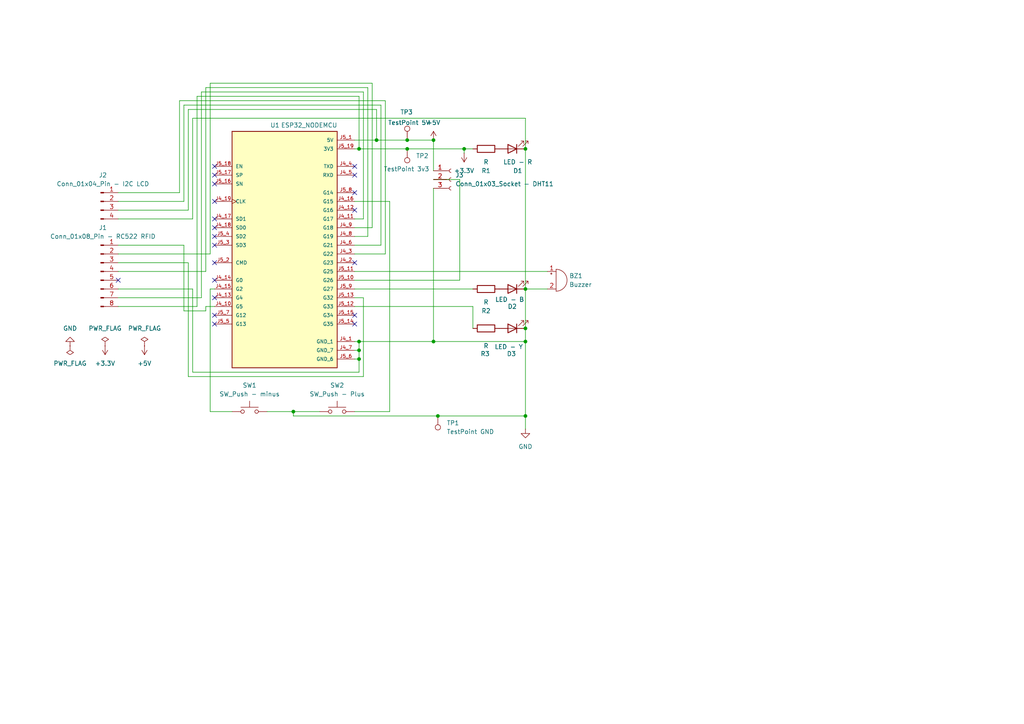
<source format=kicad_sch>
(kicad_sch (version 20231120) (generator "eeschema") (generator_version "8.0")
  (paper "A4")
  (title_block (title "Beertracker HUB PCB") (date "30/12/2024") (rev "1.0") (company "Beertracker"))
  (lib_symbols
    (symbol "Connector:Conn_01x03_Socket" (pin_names (offset 1.016) hide)
      (property "Reference" "J" (at 0 5.08 0))
      (property "Value" "Conn_01x03_Socket" (at 0 -5.08 0))
      (symbol "Conn_01x03_Socket_1_1"
        (arc (start 0 -2.032) (mid -0.5058 -2.54) (end 0 -3.048) (stroke (width 0.1524)))
        (polyline (pts (xy -1.27 -2.54) (xy -0.508 -2.54)) (stroke (width 0.1524)))
        (polyline (pts (xy -1.27 0) (xy -0.508 0)) (stroke (width 0.1524)))
        (polyline (pts (xy -1.27 2.54) (xy -0.508 2.54)) (stroke (width 0.1524)))
        (arc (start 0 0.508) (mid -0.5058 0) (end 0 -0.508) (stroke (width 0.1524)))
        (arc (start 0 3.048) (mid -0.5058 2.54) (end 0 2.032) (stroke (width 0.1524)))
        (pin passive line (at -5.08 2.54 0) (length 3.81) (name "Pin_1") (number "1"))
        (pin passive line (at -5.08 0 0) (length 3.81) (name "Pin_2") (number "2"))
        (pin passive line (at -5.08 -2.54 0) (length 3.81) (name "Pin_3") (number "3"))
      )
    )
    (symbol "Connector:Conn_01x04_Pin" (pin_names (offset 1.016) hide)
      (property "Reference" "J" (at 0 5.08 0))
      (property "Value" "Conn_01x04_Pin" (at 0 -7.62 0))
      (symbol "Conn_01x04_Pin_1_1"
        (polyline (pts (xy 1.27 -5.08) (xy 0.8636 -5.08)) (stroke (width 0.1524)))
        (polyline (pts (xy 1.27 -2.54) (xy 0.8636 -2.54)) (stroke (width 0.1524)))
        (polyline (pts (xy 1.27 0) (xy 0.8636 0)) (stroke (width 0.1524)))
        (polyline (pts (xy 1.27 2.54) (xy 0.8636 2.54)) (stroke (width 0.1524)))
        (rectangle (start 0.8636 -4.953) (end 0 -5.207) (stroke (width 0.1524)) (fill (type outline)))
        (rectangle (start 0.8636 -2.413) (end 0 -2.667) (stroke (width 0.1524)) (fill (type outline)))
        (rectangle (start 0.8636 0.127) (end 0 -0.127) (stroke (width 0.1524)) (fill (type outline)))
        (rectangle (start 0.8636 2.667) (end 0 2.413) (stroke (width 0.1524)) (fill (type outline)))
        (pin passive line (at 5.08 2.54 180) (length 3.81) (name "Pin_1") (number "1"))
        (pin passive line (at 5.08 0 180) (length 3.81) (name "Pin_2") (number "2"))
        (pin passive line (at 5.08 -2.54 180) (length 3.81) (name "Pin_3") (number "3"))
        (pin passive line (at 5.08 -5.08 180) (length 3.81) (name "Pin_4") (number "4"))
      )
    )
    (symbol "Connector:Conn_01x08_Pin" (pin_names (offset 1.016) hide)
      (property "Reference" "J" (at 0 10.16 0))
      (property "Value" "Conn_01x08_Pin" (at 0 -12.7 0))
      (symbol "Conn_01x08_Pin_1_1"
        (polyline (pts (xy 1.27 -10.16) (xy 0.8636 -10.16)) (stroke (width 0.1524)))
        (polyline (pts (xy 1.27 -7.62) (xy 0.8636 -7.62)) (stroke (width 0.1524)))
        (polyline (pts (xy 1.27 -5.08) (xy 0.8636 -5.08)) (stroke (width 0.1524)))
        (polyline (pts (xy 1.27 -2.54) (xy 0.8636 -2.54)) (stroke (width 0.1524)))
        (polyline (pts (xy 1.27 0) (xy 0.8636 0)) (stroke (width 0.1524)))
        (polyline (pts (xy 1.27 2.54) (xy 0.8636 2.54)) (stroke (width 0.1524)))
        (polyline (pts (xy 1.27 5.08) (xy 0.8636 5.08)) (stroke (width 0.1524)))
        (polyline (pts (xy 1.27 7.62) (xy 0.8636 7.62)) (stroke (width 0.1524)))
        (rectangle (start 0.8636 -10.033) (end 0 -10.287) (stroke (width 0.1524)) (fill (type outline)))
        (rectangle (start 0.8636 -7.493) (end 0 -7.747) (stroke (width 0.1524)) (fill (type outline)))
        (rectangle (start 0.8636 -4.953) (end 0 -5.207) (stroke (width 0.1524)) (fill (type outline)))
        (rectangle (start 0.8636 -2.413) (end 0 -2.667) (stroke (width 0.1524)) (fill (type outline)))
        (rectangle (start 0.8636 0.127) (end 0 -0.127) (stroke (width 0.1524)) (fill (type outline)))
        (rectangle (start 0.8636 2.667) (end 0 2.413) (stroke (width 0.1524)) (fill (type outline)))
        (rectangle (start 0.8636 5.207) (end 0 4.953) (stroke (width 0.1524)) (fill (type outline)))
        (rectangle (start 0.8636 7.747) (end 0 7.493) (stroke (width 0.1524)) (fill (type outline)))
        (pin passive line (at 5.08 7.62 180) (length 3.81) (name "Pin_1") (number "1"))
        (pin passive line (at 5.08 5.08 180) (length 3.81) (name "Pin_2") (number "2"))
        (pin passive line (at 5.08 2.54 180) (length 3.81) (name "Pin_3") (number "3"))
        (pin passive line (at 5.08 0 180) (length 3.81) (name "Pin_4") (number "4"))
        (pin passive line (at 5.08 -2.54 180) (length 3.81) (name "Pin_5") (number "5"))
        (pin passive line (at 5.08 -5.08 180) (length 3.81) (name "Pin_6") (number "6"))
        (pin passive line (at 5.08 -7.62 180) (length 3.81) (name "Pin_7") (number "7"))
        (pin passive line (at 5.08 -10.16 180) (length 3.81) (name "Pin_8") (number "8"))
      )
    )
    (symbol "Connector:TestPoint" (pin_numbers hide) (pin_names (offset 0.762) hide)
      (property "Reference" "TP" (at 0 6.858 0))
      (property "Value" "TestPoint" (at 0 5.08 0))
      (symbol "TestPoint_0_1"
        (circle (center 0 3.302) (radius 0.762))
      )
      (symbol "TestPoint_1_1"
        (pin passive line (at 0 0 90) (length 2.54) (name "1") (number "1"))
      )
    )
    (symbol "Device:Buzzer" (pin_names (offset 0.0254) hide)
      (property "Reference" "BZ" (at 3.81 1.27 0))
      (property "Value" "Buzzer" (at 3.81 -1.27 0))
      (symbol "Buzzer_0_1"
        (arc (start 0 -3.175) (mid 3.1612 0) (end 0 3.175))
        (polyline (pts (xy -1.651 1.905) (xy -1.143 1.905)))
        (polyline (pts (xy -1.397 2.159) (xy -1.397 1.651)))
        (polyline (pts (xy 0 3.175) (xy 0 -3.175)))
      )
      (symbol "Buzzer_1_1"
        (pin passive line (at -2.54 2.54 0) (length 2.54) (name "+") (number "1"))
        (pin passive line (at -2.54 -2.54 0) (length 2.54) (name "-") (number "2"))
      )
    )
    (symbol "Device:LED" (pin_numbers hide) (pin_names (offset 1.016) hide)
      (property "Reference" "D" (at 0 2.54 0))
      (property "Value" "LED" (at 0 -2.54 0))
      (symbol "LED_0_1"
        (polyline (pts (xy -1.27 -1.27) (xy -1.27 1.27)) (stroke (width 0.254)))
        (polyline (pts (xy -1.27 0) (xy 1.27 0)))
        (polyline (pts (xy 1.27 -1.27) (xy 1.27 1.27) (xy -1.27 0) (xy 1.27 -1.27)) (stroke (width 0.254)))
        (polyline (pts (xy -3.048 -0.762) (xy -4.572 -2.286) (xy -3.81 -2.286) (xy -4.572 -2.286) (xy -4.572 -1.524)))
        (polyline (pts (xy -1.778 -0.762) (xy -3.302 -2.286) (xy -2.54 -2.286) (xy -3.302 -2.286) (xy -3.302 -1.524)))
      )
      (symbol "LED_1_1"
        (pin passive line (at -3.81 0 0) (length 2.54) (name "K") (number "1"))
        (pin passive line (at 3.81 0 180) (length 2.54) (name "A") (number "2"))
      )
    )
    (symbol "Device:R" (pin_numbers hide) (pin_names (offset 0))
      (property "Reference" "R" (at 2.032 0 90))
      (property "Value" "R" (at 0 0 90))
      (symbol "R_0_1"
        (rectangle (start -1.016 -2.54) (end 1.016 2.54) (stroke (width 0.254)))
      )
      (symbol "R_1_1"
        (pin passive line (at 0 3.81 270) (length 1.27) (name "~") (number "1"))
        (pin passive line (at 0 -3.81 90) (length 1.27) (name "~") (number "2"))
      )
    )
    (symbol "ESP32_NODEMCU:ESP32_NODEMCU" (pin_names (offset 1.016))
      (property "Reference" "U" (at -15.24 36.322 0))
      (property "Value" "ESP32_NODEMCU" (at -15.24 -35.56 0))
      (symbol "ESP32_NODEMCU_0_0"
        (rectangle (start -15.24 -33.02) (end 15.24 35.56) (stroke (width 0.254)) (fill (type background)))
        (pin power_in line (at 20.32 -25.4 180) (length 5.08) (name "GND_1") (number "J4_1"))
        (pin bidirectional line (at -20.32 -15.24 0) (length 5.08) (name "G5") (number "J4_10"))
        (pin bidirectional line (at 20.32 10.16 180) (length 5.08) (name "G17") (number "J4_11"))
        (pin bidirectional line (at 20.32 12.7 180) (length 5.08) (name "G16") (number "J4_12"))
        (pin bidirectional line (at -20.32 -12.7 0) (length 5.08) (name "G4") (number "J4_13"))
        (pin bidirectional line (at -20.32 -7.62 0) (length 5.08) (name "G0") (number "J4_14"))
        (pin bidirectional line (at -20.32 -10.16 0) (length 5.08) (name "G2") (number "J4_15"))
        (pin bidirectional line (at 20.32 15.24 180) (length 5.08) (name "G15") (number "J4_16"))
        (pin bidirectional line (at -20.32 10.16 0) (length 5.08) (name "SD1") (number "J4_17"))
        (pin bidirectional line (at -20.32 7.62 0) (length 5.08) (name "SD0") (number "J4_18"))
        (pin input clock (at -20.32 15.24 0) (length 5.08) (name "CLK") (number "J4_19"))
        (pin bidirectional line (at 20.32 -2.54 180) (length 5.08) (name "G23") (number "J4_2"))
        (pin bidirectional line (at 20.32 0 180) (length 5.08) (name "G22") (number "J4_3"))
        (pin output line (at 20.32 25.4 180) (length 5.08) (name "TXD") (number "J4_4"))
        (pin input line (at 20.32 22.86 180) (length 5.08) (name "RXD") (number "J4_5"))
        (pin bidirectional line (at 20.32 2.54 180) (length 5.08) (name "G21") (number "J4_6"))
        (pin power_in line (at 20.32 -27.94 180) (length 5.08) (name "GND_7") (number "J4_7"))
        (pin bidirectional line (at 20.32 5.08 180) (length 5.08) (name "G19") (number "J4_8"))
        (pin bidirectional line (at 20.32 7.62 180) (length 5.08) (name "G18") (number "J4_9"))
        (pin power_in line (at 20.32 33.02 180) (length 5.08) (name "5V") (number "J5_1"))
        (pin bidirectional line (at 20.32 -7.62 180) (length 5.08) (name "G26") (number "J5_10"))
        (pin bidirectional line (at 20.32 -5.08 180) (length 5.08) (name "G25") (number "J5_11"))
        (pin bidirectional line (at 20.32 -15.24 180) (length 5.08) (name "G33") (number "J5_12"))
        (pin bidirectional line (at 20.32 -12.7 180) (length 5.08) (name "G32") (number "J5_13"))
        (pin bidirectional line (at 20.32 -20.32 180) (length 5.08) (name "G35") (number "J5_14"))
        (pin bidirectional line (at 20.32 -17.78 180) (length 5.08) (name "G34") (number "J5_15"))
        (pin input line (at -20.32 20.32 0) (length 5.08) (name "SN") (number "J5_16"))
        (pin input line (at -20.32 22.86 0) (length 5.08) (name "SP") (number "J5_17"))
        (pin input line (at -20.32 25.4 0) (length 5.08) (name "EN") (number "J5_18"))
        (pin power_in line (at 20.32 30.48 180) (length 5.08) (name "3V3") (number "J5_19"))
        (pin bidirectional line (at -20.32 -2.54 0) (length 5.08) (name "CMD") (number "J5_2"))
        (pin bidirectional line (at -20.32 2.54 0) (length 5.08) (name "SD3") (number "J5_3"))
        (pin bidirectional line (at -20.32 5.08 0) (length 5.08) (name "SD2") (number "J5_4"))
        (pin bidirectional line (at -20.32 -20.32 0) (length 5.08) (name "G13") (number "J5_5"))
        (pin power_in line (at 20.32 -30.48 180) (length 5.08) (name "GND_6") (number "J5_6"))
        (pin bidirectional line (at -20.32 -17.78 0) (length 5.08) (name "G12") (number "J5_7"))
        (pin bidirectional line (at 20.32 17.78 180) (length 5.08) (name "G14") (number "J5_8"))
        (pin bidirectional line (at 20.32 -10.16 180) (length 5.08) (name "G27") (number "J5_9"))
      )
    )
    (symbol "Switch:SW_Push" (pin_numbers hide) (pin_names (offset 1.016) hide)
      (property "Reference" "SW" (at 1.27 2.54 0))
      (property "Value" "SW_Push" (at 0 -1.524 0))
      (symbol "SW_Push_0_1"
        (circle (center -2.032 0) (radius 0.508))
        (polyline (pts (xy 0 1.27) (xy 0 3.048)))
        (polyline (pts (xy 2.54 1.27) (xy -2.54 1.27)))
        (circle (center 2.032 0) (radius 0.508))
        (pin passive line (at -5.08 0 0) (length 2.54) (name "1") (number "1"))
        (pin passive line (at 5.08 0 180) (length 2.54) (name "2") (number "2"))
      )
    )
    (symbol "power:+3.3V" (power) (pin_numbers hide) (pin_names (offset 0) hide)
      (property "Value" "+3.3V" (at 0 3.556 0))
      (symbol "+3.3V_0_1"
        (polyline (pts (xy -0.762 1.27) (xy 0 2.54)))
        (polyline (pts (xy 0 0) (xy 0 2.54)))
        (polyline (pts (xy 0 2.54) (xy 0.762 1.27)))
      )
      (symbol "+3.3V_1_1"
        (pin power_in line (at 0 0 90) (length 0) (name "~") (number "1"))
      )
    )
    (symbol "power:+5V" (power) (pin_numbers hide) (pin_names (offset 0) hide)
      (property "Value" "+5V" (at 0 3.556 0))
      (symbol "+5V_0_1"
        (polyline (pts (xy -0.762 1.27) (xy 0 2.54)))
        (polyline (pts (xy 0 0) (xy 0 2.54)))
        (polyline (pts (xy 0 2.54) (xy 0.762 1.27)))
      )
      (symbol "+5V_1_1"
        (pin power_in line (at 0 0 90) (length 0) (name "~") (number "1"))
      )
    )
    (symbol "power:GND" (power) (pin_numbers hide) (pin_names (offset 0) hide)
      (property "Value" "GND" (at 0 -3.81 0))
      (symbol "GND_0_1"
        (polyline (pts (xy 0 0) (xy 0 -1.27) (xy 1.27 -1.27) (xy 0 -2.54) (xy -1.27 -1.27) (xy 0 -1.27)))
      )
      (symbol "GND_1_1"
        (pin power_in line (at 0 0 270) (length 0) (name "~") (number "1"))
      )
    )
    (symbol "power:PWR_FLAG" (power) (pin_numbers hide) (pin_names (offset 0) hide)
      (property "Value" "PWR_FLAG" (at 0 3.81 0))
      (symbol "PWR_FLAG_0_0"
        (pin power_out line (at 0 0 90) (length 0) (name "~") (number "1"))
      )
      (symbol "PWR_FLAG_0_1"
        (polyline (pts (xy 0 0) (xy 0 1.27) (xy -1.016 1.905) (xy 0 2.54) (xy 1.016 1.905) (xy 0 1.27)))
      )
    )
  )
  (junction (at 104.14 101.6))
  (junction (at 85.09 119.38))
  (junction (at 104.14 99.06))
  (junction (at 152.4 120.65))
  (junction (at 125.73 40.64))
  (junction (at 109.22 40.64))
  (junction (at 152.4 83.82))
  (junction (at 104.14 43.18))
  (junction (at 118.11 43.18))
  (junction (at 152.4 95.25))
  (junction (at 152.4 99.06))
  (junction (at 125.73 99.06))
  (junction (at 152.4 43.18))
  (junction (at 104.14 104.14))
  (junction (at 127 120.65))
  (junction (at 118.11 40.64))
  (junction (at 134.62 43.18))
  (no_connect (at 62.23 93.98))
  (no_connect (at 102.87 55.88))
  (no_connect (at 62.23 48.26))
  (no_connect (at 102.87 60.96))
  (no_connect (at 62.23 63.5))
  (no_connect (at 62.23 66.04))
  (no_connect (at 62.23 58.42))
  (no_connect (at 62.23 68.58))
  (no_connect (at 102.87 50.8))
  (no_connect (at 102.87 48.26))
  (no_connect (at 62.23 86.36))
  (no_connect (at 62.23 91.44))
  (no_connect (at 34.29 81.28))
  (no_connect (at 62.23 81.28))
  (no_connect (at 62.23 71.12))
  (no_connect (at 102.87 93.98))
  (no_connect (at 62.23 53.34))
  (no_connect (at 62.23 50.8))
  (no_connect (at 102.87 91.44))
  (no_connect (at 62.23 76.2))
  (no_connect (at 102.87 76.2))
  (wire (pts (xy 105.41 63.5) (xy 102.87 63.5)))
  (wire (pts (xy 92.71 119.38) (xy 85.09 119.38)))
  (wire (pts (xy 118.11 40.64) (xy 109.22 40.64)))
  (wire (pts (xy 110.49 30.48) (xy 53.34 30.48)))
  (wire (pts (xy 34.29 71.12) (xy 53.34 71.12)))
  (wire (pts (xy 104.14 104.14) (xy 104.14 101.6)))
  (wire (pts (xy 102.87 99.06) (xy 104.14 99.06)))
  (wire (pts (xy 34.29 83.82) (xy 55.88 83.82)))
  (wire (pts (xy 57.15 88.9) (xy 57.15 27.94)))
  (wire (pts (xy 34.29 78.74) (xy 59.69 78.74)))
  (wire (pts (xy 102.87 58.42) (xy 113.03 58.42)))
  (wire (pts (xy 59.69 78.74) (xy 59.69 25.4)))
  (wire (pts (xy 58.42 86.36) (xy 58.42 26.67)))
  (wire (pts (xy 102.87 73.66) (xy 111.76 73.66)))
  (wire (pts (xy 102.87 83.82) (xy 137.16 83.82)))
  (wire (pts (xy 34.29 60.96) (xy 54.61 60.96)))
  (wire (pts (xy 59.69 88.9) (xy 62.23 88.9)))
  (wire (pts (xy 125.73 54.61) (xy 125.73 99.06)))
  (wire (pts (xy 152.4 34.29) (xy 152.4 43.18)))
  (wire (pts (xy 102.87 71.12) (xy 110.49 71.12)))
  (wire (pts (xy 105.41 109.22) (xy 105.41 86.36)))
  (wire (pts (xy 107.95 66.04) (xy 102.87 66.04)))
  (wire (pts (xy 60.96 83.82) (xy 62.23 83.82)))
  (wire (pts (xy 53.34 58.42) (xy 34.29 58.42)))
  (wire (pts (xy 55.88 83.82) (xy 55.88 107.95)))
  (wire (pts (xy 34.29 76.2) (xy 54.61 76.2)))
  (wire (pts (xy 102.87 104.14) (xy 104.14 104.14)))
  (wire (pts (xy 152.4 124.46) (xy 152.4 120.65)))
  (wire (pts (xy 152.4 83.82) (xy 152.4 95.25)))
  (wire (pts (xy 55.88 107.95) (xy 104.14 107.95)))
  (wire (pts (xy 52.07 55.88) (xy 34.29 55.88)))
  (wire (pts (xy 104.14 27.94) (xy 104.14 43.18)))
  (wire (pts (xy 34.29 88.9) (xy 57.15 88.9)))
  (wire (pts (xy 152.4 99.06) (xy 125.73 99.06)))
  (wire (pts (xy 125.73 40.64) (xy 125.73 49.53)))
  (wire (pts (xy 57.15 27.94) (xy 104.14 27.94)))
  (wire (pts (xy 34.29 86.36) (xy 58.42 86.36)))
  (wire (pts (xy 152.4 95.25) (xy 152.4 99.06)))
  (wire (pts (xy 106.68 68.58) (xy 102.87 68.58)))
  (wire (pts (xy 152.4 43.18) (xy 152.4 83.82)))
  (wire (pts (xy 118.11 43.18) (xy 134.62 43.18)))
  (wire (pts (xy 55.88 63.5) (xy 55.88 34.29)))
  (wire (pts (xy 158.75 78.74) (xy 102.87 78.74)))
  (wire (pts (xy 54.61 31.75) (xy 109.22 31.75)))
  (wire (pts (xy 55.88 34.29) (xy 152.4 34.29)))
  (wire (pts (xy 113.03 58.42) (xy 113.03 119.38)))
  (wire (pts (xy 54.61 60.96) (xy 54.61 31.75)))
  (wire (pts (xy 109.22 31.75) (xy 109.22 40.64)))
  (wire (pts (xy 105.41 26.67) (xy 105.41 63.5)))
  (wire (pts (xy 137.16 88.9) (xy 137.16 95.25)))
  (wire (pts (xy 152.4 83.82) (xy 158.75 83.82)))
  (wire (pts (xy 60.96 119.38) (xy 60.96 83.82)))
  (wire (pts (xy 102.87 40.64) (xy 109.22 40.64)))
  (wire (pts (xy 58.42 26.67) (xy 105.41 26.67)))
  (wire (pts (xy 104.14 101.6) (xy 104.14 99.06)))
  (wire (pts (xy 104.14 43.18) (xy 118.11 43.18)))
  (wire (pts (xy 102.87 101.6) (xy 104.14 101.6)))
  (wire (pts (xy 53.34 71.12) (xy 53.34 90.17)))
  (wire (pts (xy 133.35 81.28) (xy 102.87 81.28)))
  (wire (pts (xy 110.49 71.12) (xy 110.49 30.48)))
  (wire (pts (xy 85.09 119.38) (xy 77.47 119.38)))
  (wire (pts (xy 133.35 52.07) (xy 133.35 81.28)))
  (wire (pts (xy 104.14 43.18) (xy 102.87 43.18)))
  (wire (pts (xy 60.96 24.13) (xy 107.95 24.13)))
  (wire (pts (xy 113.03 119.38) (xy 102.87 119.38)))
  (wire (pts (xy 85.09 120.65) (xy 127 120.65)))
  (wire (pts (xy 34.29 63.5) (xy 55.88 63.5)))
  (wire (pts (xy 67.31 119.38) (xy 60.96 119.38)))
  (wire (pts (xy 53.34 30.48) (xy 53.34 58.42)))
  (wire (pts (xy 111.76 73.66) (xy 111.76 29.21)))
  (wire (pts (xy 60.96 73.66) (xy 60.96 24.13)))
  (wire (pts (xy 106.68 25.4) (xy 106.68 68.58)))
  (wire (pts (xy 111.76 29.21) (xy 52.07 29.21)))
  (wire (pts (xy 127 120.65) (xy 152.4 120.65)))
  (wire (pts (xy 59.69 90.17) (xy 59.69 88.9)))
  (wire (pts (xy 54.61 109.22) (xy 105.41 109.22)))
  (wire (pts (xy 152.4 120.65) (xy 152.4 99.06)))
  (wire (pts (xy 53.34 90.17) (xy 59.69 90.17)))
  (wire (pts (xy 134.62 43.18) (xy 137.16 43.18)))
  (wire (pts (xy 104.14 99.06) (xy 125.73 99.06)))
  (wire (pts (xy 59.69 25.4) (xy 106.68 25.4)))
  (wire (pts (xy 107.95 24.13) (xy 107.95 66.04)))
  (wire (pts (xy 105.41 86.36) (xy 102.87 86.36)))
  (wire (pts (xy 52.07 29.21) (xy 52.07 55.88)))
  (wire (pts (xy 125.73 52.07) (xy 133.35 52.07)))
  (wire (pts (xy 125.73 40.64) (xy 118.11 40.64)))
  (wire (pts (xy 104.14 107.95) (xy 104.14 104.14)))
  (wire (pts (xy 102.87 88.9) (xy 137.16 88.9)))
  (wire (pts (xy 85.09 119.38) (xy 85.09 120.65)))
  (wire (pts (xy 34.29 73.66) (xy 60.96 73.66)))
  (wire (pts (xy 54.61 76.2) (xy 54.61 109.22)))
  (wire (pts (xy 134.62 44.45) (xy 134.62 43.18)))
  (symbol (lib_id "Device:R") (at 140.97 95.25 270) (unit 1)
    (property "Reference" "R3" (at 140.716 102.616 90))
    (property "Value" "R" (at 140.97 100.33 90))
    (property "Footprint" "Resistor_THT:R_Axial_DIN0207_L6.3mm_D2.5mm_P7.62mm_Horizontal" (effects (hide yes)))
    (property "Description" "Resistor" (effects (hide yes)))
  )
  (symbol (lib_id "Connector:Conn_01x03_Socket") (at 130.81 52.07 0) (unit 1)
    (property "Reference" "J3" (at 132.08 50.7999 0) (effects (justify left)))
    (property "Value" "Conn_01x03_Socket - DHT11" (at 132.08 53.3399 0) (effects (justify left)))
    (property "Footprint" "Connector_PinSocket_2.54mm:PinSocket_1x03_P2.54mm_Vertical" (effects (hide yes)))
    (property "Description" "Generic connector, single row, 01x03, script generated" (effects (hide yes)))
  )
  (symbol (lib_id "Switch:SW_Push") (at 72.39 119.38 0) (unit 1)
    (property "Reference" "SW1" (at 72.39 111.76 0))
    (property "Value" "SW_Push - minus" (at 72.39 114.3 0))
    (property "Footprint" "Button_Switch_THT:SW_PUSH_6mm_H5mm" (effects (hide yes)))
    (property "Description" "Push button switch, generic, two pins" (effects (hide yes)))
  )
  (symbol (lib_id "Connector:TestPoint") (at 127 120.65 180) (unit 1)
    (property "Reference" "TP1" (at 129.54 122.6819 0) (effects (justify right)))
    (property "Value" "TestPoint GND" (at 129.54 125.2219 0) (effects (justify right)))
    (property "Footprint" "TestPoint:TestPoint_Pad_1.5x1.5mm" (effects (hide yes)))
    (property "Description" "test point" (effects (hide yes)))
  )
  (symbol (lib_id "Connector:TestPoint") (at 118.11 43.18 180) (unit 1)
    (property "Reference" "TP2" (at 120.65 45.2119 0) (effects (justify right)))
    (property "Value" "TestPoint 3v3" (at 111.252 49.022 0) (effects (justify right)))
    (property "Footprint" "TestPoint:TestPoint_Pad_1.5x1.5mm" (effects (hide yes)))
    (property "Description" "test point" (effects (hide yes)))
  )
  (symbol (lib_id "power:PWR_FLAG") (at 20.32 100.33 180) (unit 1)
    (property "Reference" "#FLG03" (effects (hide yes)))
    (property "Value" "PWR_FLAG" (at 20.32 105.41 0))
    (property "Description" "Special symbol for telling ERC where power comes from" (effects (hide yes)))
  )
  (symbol (lib_id "ESP32_NODEMCU:ESP32_NODEMCU") (at 82.55 73.66 0) (unit 1)
    (property "Reference" "U1" (at 79.756 36.322 0))
    (property "Value" "ESP32_NODEMCU" (at 89.662 36.322 0))
    (property "Footprint" "ESP32_NODEMCU:MODULE_ESP32_NODEMCU" (effects (hide yes)))
    (property "MF" "AZ Delivery" (effects (hide yes)))
    (property "MAXIMUM_PACKAGE_HEIGHT" "6.6 mm" (effects (hide yes)))
    (property "Package" "Package" (effects (hide yes)))
    (property "Price" "None" (effects (hide yes)))
    (property "Check_prices" "https://www.snapeda.com/parts/ESP32%20NODEMCU/AZ+Displays/view-part/?ref=eda" (effects (hide yes)))
    (property "STANDARD" "Manufacturer Recommendations" (effects (hide yes)))
    (property "SnapEDA_Link" "https://www.snapeda.com/parts/ESP32%20NODEMCU/AZ+Displays/view-part/?ref=snap" (effects (hide yes)))
    (property "MP" "ESP32 NODEMCU" (effects (hide yes)))
    (property "Description_1" "\n                        \n                            NodeMCU is an open source loT platform. ESP32 is a series of low cost, low power\nsystem-on-chip (SoC) microcontrollers with integrated Wi-Fi and dual-mode Bluetooth.\n                        \n" (effects (hide yes)))
    (property "Availability" "Not in stock" (effects (hide yes)))
    (property "MANUFACTURER" "AZ Delivery" (effects (hide yes)))
  )
  (symbol (lib_id "Connector:TestPoint") (at 118.11 40.64 0) (unit 1)
    (property "Reference" "TP3" (at 116.078 32.512 0) (effects (justify left)))
    (property "Value" "TestPoint 5V" (at 112.522 35.56 0) (effects (justify left)))
    (property "Footprint" "TestPoint:TestPoint_Pad_1.5x1.5mm" (effects (hide yes)))
    (property "Description" "test point" (effects (hide yes)))
  )
  (symbol (lib_id "power:+3.3V") (at 134.62 44.45 180) (unit 1)
    (property "Reference" "#PWR06" (effects (hide yes)))
    (property "Value" "+3.3V" (at 134.62 49.53 0))
    (property "Description" "Power symbol creates a global label with name \"+3.3V\"" (effects (hide yes)))
  )
  (symbol (lib_id "Switch:SW_Push") (at 97.79 119.38 0) (unit 1)
    (property "Reference" "SW2" (at 97.79 111.76 0))
    (property "Value" "SW_Push - Plus" (at 97.79 114.3 0))
    (property "Footprint" "Button_Switch_THT:SW_PUSH_6mm_H5mm" (effects (hide yes)))
    (property "Description" "Push button switch, generic, two pins" (effects (hide yes)))
  )
  (symbol (lib_id "power:+3.3V") (at 30.48 100.33 180) (unit 1)
    (property "Reference" "#PWR01" (effects (hide yes)))
    (property "Value" "+3.3V" (at 30.48 105.41 0))
    (property "Description" "Power symbol creates a global label with name \"+3.3V\"" (effects (hide yes)))
  )
  (symbol (lib_id "power:+5V") (at 41.91 100.33 180) (unit 1)
    (property "Reference" "#PWR02" (effects (hide yes)))
    (property "Value" "+5V" (at 41.91 105.41 0))
    (property "Description" "Power symbol creates a global label with name \"+5V\"" (effects (hide yes)))
  )
  (symbol (lib_id "power:PWR_FLAG") (at 30.48 100.33 0) (unit 1)
    (property "Reference" "#FLG01" (effects (hide yes)))
    (property "Value" "PWR_FLAG" (at 30.48 95.25 0))
    (property "Description" "Special symbol for telling ERC where power comes from" (effects (hide yes)))
  )
  (symbol (lib_id "power:+5V") (at 125.73 40.64 0) (unit 1)
    (property "Reference" "#PWR03" (effects (hide yes)))
    (property "Value" "+5V" (at 125.73 35.56 0))
    (property "Description" "Power symbol creates a global label with name \"+5V\"" (effects (hide yes)))
  )
  (symbol (lib_id "Device:LED") (at 148.59 83.82 180) (unit 1)
    (property "Reference" "D2" (at 148.59 88.9 0))
    (property "Value" "LED - B" (at 147.828 86.868 0))
    (property "Footprint" "LED_THT:LED_D5.0mm" (effects (hide yes)))
    (property "Description" "Light emitting diode" (effects (hide yes)))
  )
  (symbol (lib_id "Device:LED") (at 148.59 43.18 180) (unit 1)
    (property "Reference" "D1" (at 150.1775 49.53 0))
    (property "Value" "LED - R" (at 150.1775 46.99 0))
    (property "Footprint" "LED_THT:LED_D5.0mm" (effects (hide yes)))
    (property "Description" "Light emitting diode" (effects (hide yes)))
  )
  (symbol (lib_id "Connector:Conn_01x04_Pin") (at 29.21 58.42 0) (unit 1)
    (property "Reference" "J2" (at 29.845 50.8 0))
    (property "Value" "Conn_01x04_Pin - I2C LCD" (at 29.845 53.34 0))
    (property "Footprint" "Connector_PinHeader_2.54mm:PinHeader_1x04_P2.54mm_Vertical" (effects (hide yes)))
    (property "Description" "Generic connector, single row, 01x04, script generated" (effects (hide yes)))
  )
  (symbol (lib_id "Connector:Conn_01x08_Pin") (at 29.21 78.74 0) (unit 1)
    (property "Reference" "J1" (at 29.845 66.04 0))
    (property "Value" "Conn_01x08_Pin - RC522 RFID" (at 29.845 68.58 0))
    (property "Footprint" "Connector_PinHeader_2.54mm:PinHeader_1x08_P2.54mm_Vertical" (effects (hide yes)))
    (property "Description" "Generic connector, single row, 01x08, script generated" (effects (hide yes)))
  )
  (symbol (lib_id "power:GND") (at 20.32 100.33 180) (unit 1)
    (property "Reference" "#PWR04" (effects (hide yes)))
    (property "Value" "GND" (at 20.32 95.25 0))
    (property "Description" "Power symbol creates a global label with name \"GND\" , ground" (effects (hide yes)))
  )
  (symbol (lib_id "power:PWR_FLAG") (at 41.91 100.33 0) (unit 1)
    (property "Reference" "#FLG02" (effects (hide yes)))
    (property "Value" "PWR_FLAG" (at 41.91 95.25 0))
    (property "Description" "Special symbol for telling ERC where power comes from" (effects (hide yes)))
  )
  (symbol (lib_id "power:GND") (at 152.4 124.46 0) (unit 1)
    (property "Reference" "#PWR07" (effects (hide yes)))
    (property "Value" "GND" (at 152.4 129.54 0))
    (property "Description" "Power symbol creates a global label with name \"GND\" , ground" (effects (hide yes)))
  )
  (symbol (lib_id "Device:R") (at 140.97 43.18 270) (unit 1)
    (property "Reference" "R1" (at 140.97 49.53 90))
    (property "Value" "R" (at 140.97 46.99 90))
    (property "Footprint" "Resistor_THT:R_Axial_DIN0207_L6.3mm_D2.5mm_P7.62mm_Horizontal" (effects (hide yes)))
    (property "Description" "Resistor" (effects (hide yes)))
  )
  (symbol (lib_id "Device:Buzzer") (at 161.29 81.28 0) (unit 1)
    (property "Reference" "BZ1" (at 165.1 80.0099 0) (effects (justify left)))
    (property "Value" "Buzzer" (at 165.1 82.5499 0) (effects (justify left)))
    (property "Footprint" "Buzzer_Beeper:Buzzer_12x9.5RM7.6" (effects (hide yes)))
    (property "Description" "Buzzer, polarized" (effects (hide yes)))
  )
  (symbol (lib_id "Device:R") (at 140.97 83.82 270) (unit 1)
    (property "Reference" "R2" (at 140.97 90.17 90))
    (property "Value" "R" (at 140.97 87.63 90))
    (property "Footprint" "Resistor_THT:R_Axial_DIN0207_L6.3mm_D2.5mm_P7.62mm_Horizontal" (effects (hide yes)))
    (property "Description" "Resistor" (effects (hide yes)))
  )
  (symbol (lib_id "Device:LED") (at 148.59 95.25 180) (unit 1)
    (property "Reference" "D3" (at 148.336 102.616 0))
    (property "Value" "LED - Y" (at 147.574 100.584 0))
    (property "Footprint" "LED_THT:LED_D5.0mm" (effects (hide yes)))
    (property "Description" "Light emitting diode" (effects (hide yes)))
  )
)
</source>
